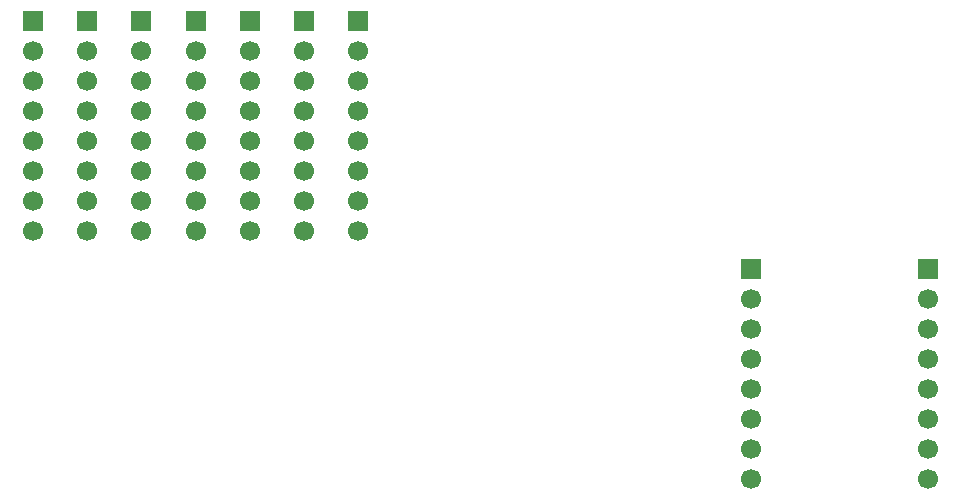
<source format=gbl>
%TF.GenerationSoftware,KiCad,Pcbnew,9.0.6*%
%TF.CreationDate,2025-12-05T05:14:20+01:00*%
%TF.ProjectId,Vikingboard,56696b69-6e67-4626-9f61-72642e6b6963,rev?*%
%TF.SameCoordinates,Original*%
%TF.FileFunction,Copper,L2,Bot*%
%TF.FilePolarity,Positive*%
%FSLAX46Y46*%
G04 Gerber Fmt 4.6, Leading zero omitted, Abs format (unit mm)*
G04 Created by KiCad (PCBNEW 9.0.6) date 2025-12-05 05:14:20*
%MOMM*%
%LPD*%
G01*
G04 APERTURE LIST*
%TA.AperFunction,ComponentPad*%
%ADD10R,1.700000X1.700000*%
%TD*%
%TA.AperFunction,ComponentPad*%
%ADD11C,1.700000*%
%TD*%
G04 APERTURE END LIST*
D10*
%TO.P,U2,1,REG*%
%TO.N,NRF24_IRQ*%
X111000000Y-90800000D03*
D11*
%TO.P,U2,2,SCL*%
%TO.N,KBD_RST*%
X111000000Y-93340000D03*
%TO.P,U2,3,SDA*%
%TO.N,KBD_INT*%
X111000000Y-95880000D03*
%TO.P,U2,4,IN/TRIG*%
%TO.N,FZ_GPIO1*%
X111000000Y-98420000D03*
%TO.P,U2,5,EN*%
%TO.N,FZ_GPIO2*%
X111000000Y-100960000D03*
%TO.P,U2,6,VDD/NC*%
%TO.N,FZ_GPIO3*%
X111000000Y-103500000D03*
%TO.P,U2,7,OUT+*%
%TO.N,FZ_GPIO4*%
X111000000Y-106040000D03*
%TO.P,U2,8,GND*%
%TO.N,FZ_GPIO5*%
X111000000Y-108580000D03*
%TD*%
D10*
%TO.P,U1,1,Pin_1*%
%TO.N,+5V_SYS*%
X59410000Y-69840000D03*
D11*
%TO.P,U1,2,Pin_2*%
%TO.N,GND*%
X59410000Y-72380000D03*
%TO.P,U1,3,Pin_3*%
%TO.N,EN*%
X59410000Y-74920000D03*
%TO.P,U1,4,Pin_4*%
%TO.N,SPI_SCK*%
X59410000Y-77460000D03*
%TO.P,U1,5,Pin_5*%
%TO.N,SPI_MOSI*%
X59410000Y-80000000D03*
%TO.P,U1,6*%
%TO.N,N/C*%
X59410000Y-82540000D03*
%TO.P,U1,7*%
X59410000Y-85080000D03*
%TO.P,U1,8*%
X59410000Y-87620000D03*
%TD*%
D10*
%TO.P,U7,1,Pin_1*%
%TO.N,+3V3_IO*%
X77770000Y-69840000D03*
D11*
%TO.P,U7,2,Pin_2*%
%TO.N,GND*%
X77770000Y-72380000D03*
%TO.P,U7,3,Pin_3*%
%TO.N,GPS_RX*%
X77770000Y-74920000D03*
%TO.P,U7,4,Pin_4*%
%TO.N,GPS_TX*%
X77770000Y-77460000D03*
%TO.P,U7,5,Pin_5*%
%TO.N,GPS_PPS*%
X77770000Y-80000000D03*
%TO.P,U7,6,Pin_6*%
%TO.N,GND*%
X77770000Y-82540000D03*
%TO.P,U7,7,Pin_7*%
X77770000Y-85080000D03*
%TO.P,U7,8,Pin_8*%
X77770000Y-87620000D03*
%TD*%
D10*
%TO.P,U3,1,OD/CLK*%
%TO.N,+3V3_RF*%
X64000000Y-69840000D03*
D11*
%TO.P,U3,2,I0*%
%TO.N,GND*%
X64000000Y-72380000D03*
%TO.P,U3,3,I1*%
%TO.N,EN*%
X64000000Y-74920000D03*
%TO.P,U3,4,I2*%
%TO.N,LORA_BUSY*%
X64000000Y-77460000D03*
%TO.P,U3,5,I3*%
%TO.N,LORA_DIO1*%
X64000000Y-80000000D03*
%TO.P,U3,6,I4*%
%TO.N,LORA_CS*%
X64000000Y-82540000D03*
%TO.P,U3,7,I5*%
%TO.N,SPI_SCK*%
X64000000Y-85080000D03*
%TO.P,U3,8,I6*%
%TO.N,SPI_MOSI*%
X64000000Y-87620000D03*
%TD*%
D10*
%TO.P,U6,1,Pin_1*%
%TO.N,KBD_INT*%
X73180000Y-69840000D03*
D11*
%TO.P,U6,2,Pin_2*%
%TO.N,I2C_SCL*%
X73180000Y-72380000D03*
%TO.P,U6,3,Pin_3*%
%TO.N,I2C_SDA*%
X73180000Y-74920000D03*
%TO.P,U6,4,Pin_4*%
%TO.N,KBD_RST*%
X73180000Y-77460000D03*
%TO.P,U6,5,Pin_5*%
%TO.N,GND*%
X73180000Y-80000000D03*
%TO.P,U6,6,Pin_6*%
%TO.N,+3V3_KBD*%
X73180000Y-82540000D03*
%TO.P,U6,7,Pin_7*%
%TO.N,GND*%
X73180000Y-85080000D03*
%TO.P,U6,8,Pin_8*%
X73180000Y-87620000D03*
%TD*%
D10*
%TO.P,J1,1,Pin_1*%
%TO.N,+5V_SYS*%
X50230000Y-69840000D03*
D11*
%TO.P,J1,2,Pin_2*%
%TO.N,+3V3_IO*%
X50230000Y-72380000D03*
%TO.P,J1,3,Pin_3*%
%TO.N,GND*%
X50230000Y-74920000D03*
%TO.P,J1,4,Pin_4*%
%TO.N,GPS_RX*%
X50230000Y-77460000D03*
%TO.P,J1,5,Pin_5*%
%TO.N,I2C_SCL*%
X50230000Y-80000000D03*
%TO.P,J1,6,Pin_6*%
%TO.N,I2C_SDA*%
X50230000Y-82540000D03*
%TO.P,J1,7,Pin_7*%
%TO.N,SPI_SCK*%
X50230000Y-85080000D03*
%TO.P,J1,8,Pin_8*%
%TO.N,SPI_MOSI*%
X50230000Y-87620000D03*
%TD*%
D10*
%TO.P,J2,1,Pin_1*%
%TO.N,SPI_MISO*%
X54820000Y-69840000D03*
D11*
%TO.P,J2,2,Pin_2*%
%TO.N,GPS_TX*%
X54820000Y-72380000D03*
%TO.P,J2,3,Pin_3*%
%TO.N,FZ_GPIO1*%
X54820000Y-74920000D03*
%TO.P,J2,4,Pin_4*%
%TO.N,FZ_GPIO2*%
X54820000Y-77460000D03*
%TO.P,J2,5,Pin_5*%
%TO.N,FZ_GPIO3*%
X54820000Y-80000000D03*
%TO.P,J2,6,Pin_6*%
%TO.N,FZ_GPIO4*%
X54820000Y-82540000D03*
%TO.P,J2,7,Pin_7*%
%TO.N,FZ_GPIO5*%
X54820000Y-85080000D03*
%TO.P,J2,8,Pin_8*%
%TO.N,EN*%
X54820000Y-87620000D03*
%TD*%
D10*
%TO.P,U4,1*%
%TO.N,+3V3_RF*%
X68590000Y-69840000D03*
D11*
%TO.P,U4,2*%
%TO.N,GND*%
X68590000Y-72380000D03*
%TO.P,U4,3*%
%TO.N,CC1101_CS*%
X68590000Y-74920000D03*
%TO.P,U4,4*%
%TO.N,SPI_SCK*%
X68590000Y-77460000D03*
%TO.P,U4,5*%
%TO.N,SPI_MOSI*%
X68590000Y-80000000D03*
%TO.P,U4,6*%
%TO.N,SPI_MISO*%
X68590000Y-82540000D03*
%TO.P,U4,7*%
%TO.N,CC1101_GDO0*%
X68590000Y-85080000D03*
%TO.P,U4,8*%
%TO.N,GND*%
X68590000Y-87620000D03*
%TD*%
D10*
%TO.P,U5,1,RFI_LF*%
%TO.N,+3V3_RF*%
X126000000Y-90760000D03*
D11*
%TO.P,U5,2,VR_ANA*%
%TO.N,GND*%
X126000000Y-93300000D03*
%TO.P,U5,3,VBAT_ANA*%
%TO.N,SPI_SCK*%
X126000000Y-95840000D03*
%TO.P,U5,4,VR_DIG*%
%TO.N,SPI_MOSI*%
X126000000Y-98380000D03*
%TO.P,U5,5,XTA*%
%TO.N,SPI_MISO*%
X126000000Y-100920000D03*
%TO.P,U5,6,XTB*%
%TO.N,NRF24_CS*%
X126000000Y-103460000D03*
%TO.P,U5,7,~{RESET}*%
%TO.N,NRF24_CE*%
X126000000Y-106000000D03*
%TO.P,U5,8,DIO0*%
%TO.N,NRF24_IRQ*%
X126000000Y-108540000D03*
%TD*%
M02*

</source>
